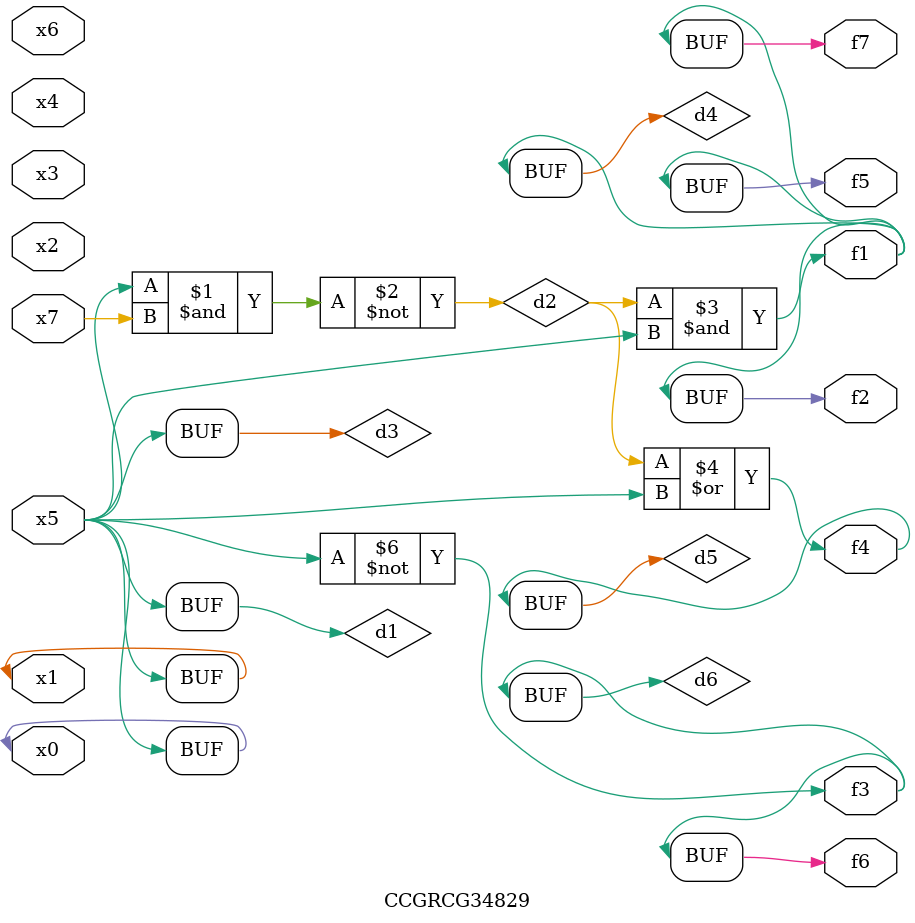
<source format=v>
module CCGRCG34829(
	input x0, x1, x2, x3, x4, x5, x6, x7,
	output f1, f2, f3, f4, f5, f6, f7
);

	wire d1, d2, d3, d4, d5, d6;

	buf (d1, x0, x5);
	nand (d2, x5, x7);
	buf (d3, x0, x1);
	and (d4, d2, d3);
	or (d5, d2, d3);
	nor (d6, d1, d3);
	assign f1 = d4;
	assign f2 = d4;
	assign f3 = d6;
	assign f4 = d5;
	assign f5 = d4;
	assign f6 = d6;
	assign f7 = d4;
endmodule

</source>
